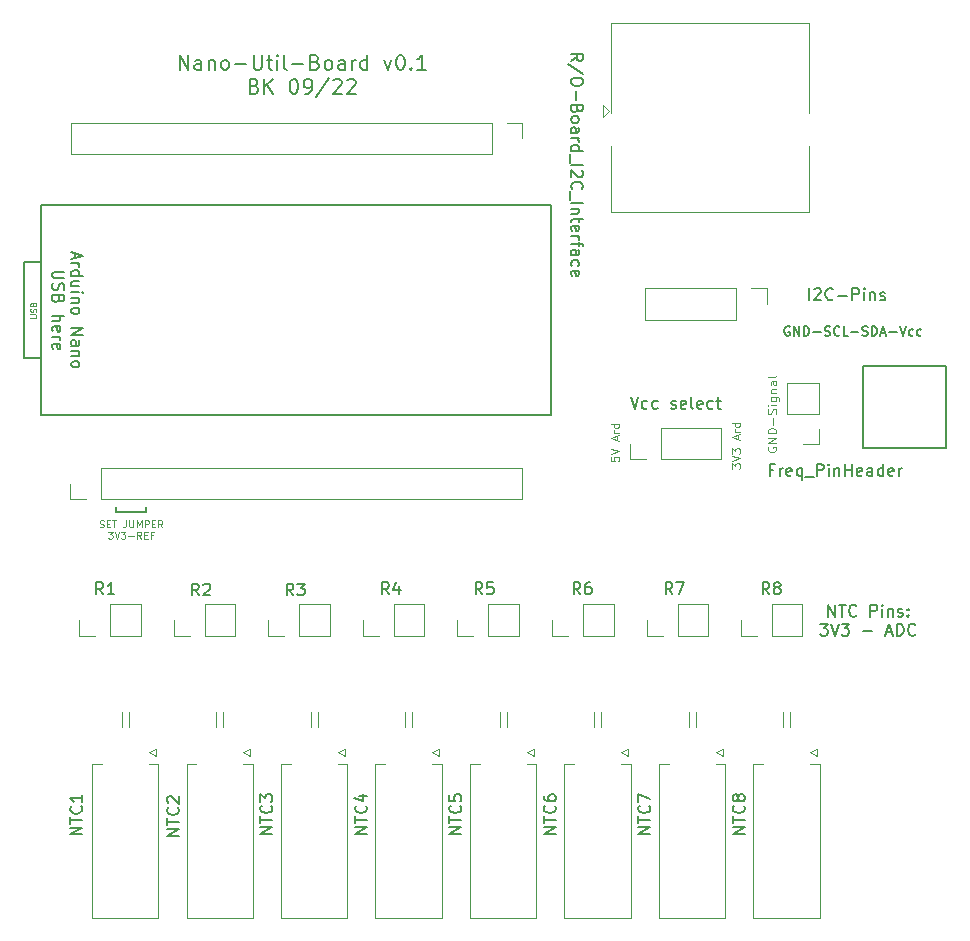
<source format=gbr>
%TF.GenerationSoftware,KiCad,Pcbnew,(6.0.1-0)*%
%TF.CreationDate,2022-09-06T14:47:33+02:00*%
%TF.ProjectId,nano_board,6e616e6f-5f62-46f6-9172-642e6b696361,rev?*%
%TF.SameCoordinates,Original*%
%TF.FileFunction,Legend,Top*%
%TF.FilePolarity,Positive*%
%FSLAX46Y46*%
G04 Gerber Fmt 4.6, Leading zero omitted, Abs format (unit mm)*
G04 Created by KiCad (PCBNEW (6.0.1-0)) date 2022-09-06 14:47:33*
%MOMM*%
%LPD*%
G01*
G04 APERTURE LIST*
%ADD10C,0.200000*%
%ADD11C,0.100000*%
%ADD12C,0.150000*%
%ADD13C,0.075000*%
%ADD14C,0.120000*%
%ADD15C,0.127000*%
G04 APERTURE END LIST*
D10*
X103200000Y-81000000D02*
X103200000Y-81400000D01*
X105800000Y-81400000D02*
X105800000Y-81000000D01*
X103200000Y-81400000D02*
X105800000Y-81400000D01*
D11*
X101842857Y-82659857D02*
X101928571Y-82688428D01*
X102071428Y-82688428D01*
X102128571Y-82659857D01*
X102157142Y-82631285D01*
X102185714Y-82574142D01*
X102185714Y-82517000D01*
X102157142Y-82459857D01*
X102128571Y-82431285D01*
X102071428Y-82402714D01*
X101957142Y-82374142D01*
X101900000Y-82345571D01*
X101871428Y-82317000D01*
X101842857Y-82259857D01*
X101842857Y-82202714D01*
X101871428Y-82145571D01*
X101900000Y-82117000D01*
X101957142Y-82088428D01*
X102100000Y-82088428D01*
X102185714Y-82117000D01*
X102442857Y-82374142D02*
X102642857Y-82374142D01*
X102728571Y-82688428D02*
X102442857Y-82688428D01*
X102442857Y-82088428D01*
X102728571Y-82088428D01*
X102900000Y-82088428D02*
X103242857Y-82088428D01*
X103071428Y-82688428D02*
X103071428Y-82088428D01*
X104071428Y-82088428D02*
X104071428Y-82517000D01*
X104042857Y-82602714D01*
X103985714Y-82659857D01*
X103900000Y-82688428D01*
X103842857Y-82688428D01*
X104357142Y-82088428D02*
X104357142Y-82574142D01*
X104385714Y-82631285D01*
X104414285Y-82659857D01*
X104471428Y-82688428D01*
X104585714Y-82688428D01*
X104642857Y-82659857D01*
X104671428Y-82631285D01*
X104700000Y-82574142D01*
X104700000Y-82088428D01*
X104985714Y-82688428D02*
X104985714Y-82088428D01*
X105185714Y-82517000D01*
X105385714Y-82088428D01*
X105385714Y-82688428D01*
X105671428Y-82688428D02*
X105671428Y-82088428D01*
X105900000Y-82088428D01*
X105957142Y-82117000D01*
X105985714Y-82145571D01*
X106014285Y-82202714D01*
X106014285Y-82288428D01*
X105985714Y-82345571D01*
X105957142Y-82374142D01*
X105900000Y-82402714D01*
X105671428Y-82402714D01*
X106271428Y-82374142D02*
X106471428Y-82374142D01*
X106557142Y-82688428D02*
X106271428Y-82688428D01*
X106271428Y-82088428D01*
X106557142Y-82088428D01*
X107157142Y-82688428D02*
X106957142Y-82402714D01*
X106814285Y-82688428D02*
X106814285Y-82088428D01*
X107042857Y-82088428D01*
X107100000Y-82117000D01*
X107128571Y-82145571D01*
X107157142Y-82202714D01*
X107157142Y-82288428D01*
X107128571Y-82345571D01*
X107100000Y-82374142D01*
X107042857Y-82402714D01*
X106814285Y-82402714D01*
X102557142Y-83054428D02*
X102928571Y-83054428D01*
X102728571Y-83283000D01*
X102814285Y-83283000D01*
X102871428Y-83311571D01*
X102900000Y-83340142D01*
X102928571Y-83397285D01*
X102928571Y-83540142D01*
X102900000Y-83597285D01*
X102871428Y-83625857D01*
X102814285Y-83654428D01*
X102642857Y-83654428D01*
X102585714Y-83625857D01*
X102557142Y-83597285D01*
X103100000Y-83054428D02*
X103300000Y-83654428D01*
X103500000Y-83054428D01*
X103642857Y-83054428D02*
X104014285Y-83054428D01*
X103814285Y-83283000D01*
X103900000Y-83283000D01*
X103957142Y-83311571D01*
X103985714Y-83340142D01*
X104014285Y-83397285D01*
X104014285Y-83540142D01*
X103985714Y-83597285D01*
X103957142Y-83625857D01*
X103900000Y-83654428D01*
X103728571Y-83654428D01*
X103671428Y-83625857D01*
X103642857Y-83597285D01*
X104271428Y-83425857D02*
X104728571Y-83425857D01*
X105357142Y-83654428D02*
X105157142Y-83368714D01*
X105014285Y-83654428D02*
X105014285Y-83054428D01*
X105242857Y-83054428D01*
X105300000Y-83083000D01*
X105328571Y-83111571D01*
X105357142Y-83168714D01*
X105357142Y-83254428D01*
X105328571Y-83311571D01*
X105300000Y-83340142D01*
X105242857Y-83368714D01*
X105014285Y-83368714D01*
X105614285Y-83340142D02*
X105814285Y-83340142D01*
X105900000Y-83654428D02*
X105614285Y-83654428D01*
X105614285Y-83054428D01*
X105900000Y-83054428D01*
X106357142Y-83340142D02*
X106157142Y-83340142D01*
X106157142Y-83654428D02*
X106157142Y-83054428D01*
X106442857Y-83054428D01*
X145116666Y-76733333D02*
X145116666Y-77066666D01*
X145450000Y-77100000D01*
X145416666Y-77066666D01*
X145383333Y-77000000D01*
X145383333Y-76833333D01*
X145416666Y-76766666D01*
X145450000Y-76733333D01*
X145516666Y-76700000D01*
X145683333Y-76700000D01*
X145750000Y-76733333D01*
X145783333Y-76766666D01*
X145816666Y-76833333D01*
X145816666Y-77000000D01*
X145783333Y-77066666D01*
X145750000Y-77100000D01*
X145116666Y-76500000D02*
X145816666Y-76266666D01*
X145116666Y-76033333D01*
X145616666Y-75300000D02*
X145616666Y-74966666D01*
X145816666Y-75366666D02*
X145116666Y-75133333D01*
X145816666Y-74900000D01*
X145816666Y-74666666D02*
X145350000Y-74666666D01*
X145483333Y-74666666D02*
X145416666Y-74633333D01*
X145383333Y-74600000D01*
X145350000Y-74533333D01*
X145350000Y-74466666D01*
X145816666Y-73933333D02*
X145116666Y-73933333D01*
X145783333Y-73933333D02*
X145816666Y-74000000D01*
X145816666Y-74133333D01*
X145783333Y-74200000D01*
X145750000Y-74233333D01*
X145683333Y-74266666D01*
X145483333Y-74266666D01*
X145416666Y-74233333D01*
X145383333Y-74200000D01*
X145350000Y-74133333D01*
X145350000Y-74000000D01*
X145383333Y-73933333D01*
D12*
X146790476Y-71652380D02*
X147123809Y-72652380D01*
X147457142Y-71652380D01*
X148219047Y-72604761D02*
X148123809Y-72652380D01*
X147933333Y-72652380D01*
X147838095Y-72604761D01*
X147790476Y-72557142D01*
X147742857Y-72461904D01*
X147742857Y-72176190D01*
X147790476Y-72080952D01*
X147838095Y-72033333D01*
X147933333Y-71985714D01*
X148123809Y-71985714D01*
X148219047Y-72033333D01*
X149076190Y-72604761D02*
X148980952Y-72652380D01*
X148790476Y-72652380D01*
X148695238Y-72604761D01*
X148647619Y-72557142D01*
X148600000Y-72461904D01*
X148600000Y-72176190D01*
X148647619Y-72080952D01*
X148695238Y-72033333D01*
X148790476Y-71985714D01*
X148980952Y-71985714D01*
X149076190Y-72033333D01*
X150219047Y-72604761D02*
X150314285Y-72652380D01*
X150504761Y-72652380D01*
X150600000Y-72604761D01*
X150647619Y-72509523D01*
X150647619Y-72461904D01*
X150600000Y-72366666D01*
X150504761Y-72319047D01*
X150361904Y-72319047D01*
X150266666Y-72271428D01*
X150219047Y-72176190D01*
X150219047Y-72128571D01*
X150266666Y-72033333D01*
X150361904Y-71985714D01*
X150504761Y-71985714D01*
X150600000Y-72033333D01*
X151457142Y-72604761D02*
X151361904Y-72652380D01*
X151171428Y-72652380D01*
X151076190Y-72604761D01*
X151028571Y-72509523D01*
X151028571Y-72128571D01*
X151076190Y-72033333D01*
X151171428Y-71985714D01*
X151361904Y-71985714D01*
X151457142Y-72033333D01*
X151504761Y-72128571D01*
X151504761Y-72223809D01*
X151028571Y-72319047D01*
X152076190Y-72652380D02*
X151980952Y-72604761D01*
X151933333Y-72509523D01*
X151933333Y-71652380D01*
X152838095Y-72604761D02*
X152742857Y-72652380D01*
X152552380Y-72652380D01*
X152457142Y-72604761D01*
X152409523Y-72509523D01*
X152409523Y-72128571D01*
X152457142Y-72033333D01*
X152552380Y-71985714D01*
X152742857Y-71985714D01*
X152838095Y-72033333D01*
X152885714Y-72128571D01*
X152885714Y-72223809D01*
X152409523Y-72319047D01*
X153742857Y-72604761D02*
X153647619Y-72652380D01*
X153457142Y-72652380D01*
X153361904Y-72604761D01*
X153314285Y-72557142D01*
X153266666Y-72461904D01*
X153266666Y-72176190D01*
X153314285Y-72080952D01*
X153361904Y-72033333D01*
X153457142Y-71985714D01*
X153647619Y-71985714D01*
X153742857Y-72033333D01*
X154028571Y-71985714D02*
X154409523Y-71985714D01*
X154171428Y-71652380D02*
X154171428Y-72509523D01*
X154219047Y-72604761D01*
X154314285Y-72652380D01*
X154409523Y-72652380D01*
D10*
X108613095Y-43959226D02*
X108613095Y-42709226D01*
X109327380Y-43959226D01*
X109327380Y-42709226D01*
X110458333Y-43959226D02*
X110458333Y-43304464D01*
X110398809Y-43185416D01*
X110279761Y-43125892D01*
X110041666Y-43125892D01*
X109922619Y-43185416D01*
X110458333Y-43899702D02*
X110339285Y-43959226D01*
X110041666Y-43959226D01*
X109922619Y-43899702D01*
X109863095Y-43780654D01*
X109863095Y-43661607D01*
X109922619Y-43542559D01*
X110041666Y-43483035D01*
X110339285Y-43483035D01*
X110458333Y-43423511D01*
X111053571Y-43125892D02*
X111053571Y-43959226D01*
X111053571Y-43244940D02*
X111113095Y-43185416D01*
X111232142Y-43125892D01*
X111410714Y-43125892D01*
X111529761Y-43185416D01*
X111589285Y-43304464D01*
X111589285Y-43959226D01*
X112363095Y-43959226D02*
X112244047Y-43899702D01*
X112184523Y-43840178D01*
X112125000Y-43721130D01*
X112125000Y-43363988D01*
X112184523Y-43244940D01*
X112244047Y-43185416D01*
X112363095Y-43125892D01*
X112541666Y-43125892D01*
X112660714Y-43185416D01*
X112720238Y-43244940D01*
X112779761Y-43363988D01*
X112779761Y-43721130D01*
X112720238Y-43840178D01*
X112660714Y-43899702D01*
X112541666Y-43959226D01*
X112363095Y-43959226D01*
X113315476Y-43483035D02*
X114267857Y-43483035D01*
X114863095Y-42709226D02*
X114863095Y-43721130D01*
X114922619Y-43840178D01*
X114982142Y-43899702D01*
X115101190Y-43959226D01*
X115339285Y-43959226D01*
X115458333Y-43899702D01*
X115517857Y-43840178D01*
X115577380Y-43721130D01*
X115577380Y-42709226D01*
X115994047Y-43125892D02*
X116470238Y-43125892D01*
X116172619Y-42709226D02*
X116172619Y-43780654D01*
X116232142Y-43899702D01*
X116351190Y-43959226D01*
X116470238Y-43959226D01*
X116886904Y-43959226D02*
X116886904Y-43125892D01*
X116886904Y-42709226D02*
X116827380Y-42768750D01*
X116886904Y-42828273D01*
X116946428Y-42768750D01*
X116886904Y-42709226D01*
X116886904Y-42828273D01*
X117660714Y-43959226D02*
X117541666Y-43899702D01*
X117482142Y-43780654D01*
X117482142Y-42709226D01*
X118136904Y-43483035D02*
X119089285Y-43483035D01*
X120101190Y-43304464D02*
X120279761Y-43363988D01*
X120339285Y-43423511D01*
X120398809Y-43542559D01*
X120398809Y-43721130D01*
X120339285Y-43840178D01*
X120279761Y-43899702D01*
X120160714Y-43959226D01*
X119684523Y-43959226D01*
X119684523Y-42709226D01*
X120101190Y-42709226D01*
X120220238Y-42768750D01*
X120279761Y-42828273D01*
X120339285Y-42947321D01*
X120339285Y-43066369D01*
X120279761Y-43185416D01*
X120220238Y-43244940D01*
X120101190Y-43304464D01*
X119684523Y-43304464D01*
X121113095Y-43959226D02*
X120994047Y-43899702D01*
X120934523Y-43840178D01*
X120875000Y-43721130D01*
X120875000Y-43363988D01*
X120934523Y-43244940D01*
X120994047Y-43185416D01*
X121113095Y-43125892D01*
X121291666Y-43125892D01*
X121410714Y-43185416D01*
X121470238Y-43244940D01*
X121529761Y-43363988D01*
X121529761Y-43721130D01*
X121470238Y-43840178D01*
X121410714Y-43899702D01*
X121291666Y-43959226D01*
X121113095Y-43959226D01*
X122601190Y-43959226D02*
X122601190Y-43304464D01*
X122541666Y-43185416D01*
X122422619Y-43125892D01*
X122184523Y-43125892D01*
X122065476Y-43185416D01*
X122601190Y-43899702D02*
X122482142Y-43959226D01*
X122184523Y-43959226D01*
X122065476Y-43899702D01*
X122005952Y-43780654D01*
X122005952Y-43661607D01*
X122065476Y-43542559D01*
X122184523Y-43483035D01*
X122482142Y-43483035D01*
X122601190Y-43423511D01*
X123196428Y-43959226D02*
X123196428Y-43125892D01*
X123196428Y-43363988D02*
X123255952Y-43244940D01*
X123315476Y-43185416D01*
X123434523Y-43125892D01*
X123553571Y-43125892D01*
X124505952Y-43959226D02*
X124505952Y-42709226D01*
X124505952Y-43899702D02*
X124386904Y-43959226D01*
X124148809Y-43959226D01*
X124029761Y-43899702D01*
X123970238Y-43840178D01*
X123910714Y-43721130D01*
X123910714Y-43363988D01*
X123970238Y-43244940D01*
X124029761Y-43185416D01*
X124148809Y-43125892D01*
X124386904Y-43125892D01*
X124505952Y-43185416D01*
X125934523Y-43125892D02*
X126232142Y-43959226D01*
X126529761Y-43125892D01*
X127244047Y-42709226D02*
X127363095Y-42709226D01*
X127482142Y-42768750D01*
X127541666Y-42828273D01*
X127601190Y-42947321D01*
X127660714Y-43185416D01*
X127660714Y-43483035D01*
X127601190Y-43721130D01*
X127541666Y-43840178D01*
X127482142Y-43899702D01*
X127363095Y-43959226D01*
X127244047Y-43959226D01*
X127125000Y-43899702D01*
X127065476Y-43840178D01*
X127005952Y-43721130D01*
X126946428Y-43483035D01*
X126946428Y-43185416D01*
X127005952Y-42947321D01*
X127065476Y-42828273D01*
X127125000Y-42768750D01*
X127244047Y-42709226D01*
X128196428Y-43840178D02*
X128255952Y-43899702D01*
X128196428Y-43959226D01*
X128136904Y-43899702D01*
X128196428Y-43840178D01*
X128196428Y-43959226D01*
X129446428Y-43959226D02*
X128732142Y-43959226D01*
X129089285Y-43959226D02*
X129089285Y-42709226D01*
X128970238Y-42887797D01*
X128851190Y-43006845D01*
X128732142Y-43066369D01*
X114952380Y-45316964D02*
X115130952Y-45376488D01*
X115190476Y-45436011D01*
X115250000Y-45555059D01*
X115250000Y-45733630D01*
X115190476Y-45852678D01*
X115130952Y-45912202D01*
X115011904Y-45971726D01*
X114535714Y-45971726D01*
X114535714Y-44721726D01*
X114952380Y-44721726D01*
X115071428Y-44781250D01*
X115130952Y-44840773D01*
X115190476Y-44959821D01*
X115190476Y-45078869D01*
X115130952Y-45197916D01*
X115071428Y-45257440D01*
X114952380Y-45316964D01*
X114535714Y-45316964D01*
X115785714Y-45971726D02*
X115785714Y-44721726D01*
X116500000Y-45971726D02*
X115964285Y-45257440D01*
X116500000Y-44721726D02*
X115785714Y-45436011D01*
X118226190Y-44721726D02*
X118345238Y-44721726D01*
X118464285Y-44781250D01*
X118523809Y-44840773D01*
X118583333Y-44959821D01*
X118642857Y-45197916D01*
X118642857Y-45495535D01*
X118583333Y-45733630D01*
X118523809Y-45852678D01*
X118464285Y-45912202D01*
X118345238Y-45971726D01*
X118226190Y-45971726D01*
X118107142Y-45912202D01*
X118047619Y-45852678D01*
X117988095Y-45733630D01*
X117928571Y-45495535D01*
X117928571Y-45197916D01*
X117988095Y-44959821D01*
X118047619Y-44840773D01*
X118107142Y-44781250D01*
X118226190Y-44721726D01*
X119238095Y-45971726D02*
X119476190Y-45971726D01*
X119595238Y-45912202D01*
X119654761Y-45852678D01*
X119773809Y-45674107D01*
X119833333Y-45436011D01*
X119833333Y-44959821D01*
X119773809Y-44840773D01*
X119714285Y-44781250D01*
X119595238Y-44721726D01*
X119357142Y-44721726D01*
X119238095Y-44781250D01*
X119178571Y-44840773D01*
X119119047Y-44959821D01*
X119119047Y-45257440D01*
X119178571Y-45376488D01*
X119238095Y-45436011D01*
X119357142Y-45495535D01*
X119595238Y-45495535D01*
X119714285Y-45436011D01*
X119773809Y-45376488D01*
X119833333Y-45257440D01*
X121261904Y-44662202D02*
X120190476Y-46269345D01*
X121619047Y-44840773D02*
X121678571Y-44781250D01*
X121797619Y-44721726D01*
X122095238Y-44721726D01*
X122214285Y-44781250D01*
X122273809Y-44840773D01*
X122333333Y-44959821D01*
X122333333Y-45078869D01*
X122273809Y-45257440D01*
X121559523Y-45971726D01*
X122333333Y-45971726D01*
X122809523Y-44840773D02*
X122869047Y-44781250D01*
X122988095Y-44721726D01*
X123285714Y-44721726D01*
X123404761Y-44781250D01*
X123464285Y-44840773D01*
X123523809Y-44959821D01*
X123523809Y-45078869D01*
X123464285Y-45257440D01*
X122750000Y-45971726D01*
X123523809Y-45971726D01*
D11*
X158425000Y-75885714D02*
X158389285Y-75957142D01*
X158389285Y-76064285D01*
X158425000Y-76171428D01*
X158496428Y-76242857D01*
X158567857Y-76278571D01*
X158710714Y-76314285D01*
X158817857Y-76314285D01*
X158960714Y-76278571D01*
X159032142Y-76242857D01*
X159103571Y-76171428D01*
X159139285Y-76064285D01*
X159139285Y-75992857D01*
X159103571Y-75885714D01*
X159067857Y-75850000D01*
X158817857Y-75850000D01*
X158817857Y-75992857D01*
X159139285Y-75528571D02*
X158389285Y-75528571D01*
X159139285Y-75100000D01*
X158389285Y-75100000D01*
X159139285Y-74742857D02*
X158389285Y-74742857D01*
X158389285Y-74564285D01*
X158425000Y-74457142D01*
X158496428Y-74385714D01*
X158567857Y-74350000D01*
X158710714Y-74314285D01*
X158817857Y-74314285D01*
X158960714Y-74350000D01*
X159032142Y-74385714D01*
X159103571Y-74457142D01*
X159139285Y-74564285D01*
X159139285Y-74742857D01*
X158853571Y-73992857D02*
X158853571Y-73421428D01*
X159103571Y-73100000D02*
X159139285Y-72992857D01*
X159139285Y-72814285D01*
X159103571Y-72742857D01*
X159067857Y-72707142D01*
X158996428Y-72671428D01*
X158925000Y-72671428D01*
X158853571Y-72707142D01*
X158817857Y-72742857D01*
X158782142Y-72814285D01*
X158746428Y-72957142D01*
X158710714Y-73028571D01*
X158675000Y-73064285D01*
X158603571Y-73100000D01*
X158532142Y-73100000D01*
X158460714Y-73064285D01*
X158425000Y-73028571D01*
X158389285Y-72957142D01*
X158389285Y-72778571D01*
X158425000Y-72671428D01*
X159139285Y-72350000D02*
X158639285Y-72350000D01*
X158389285Y-72350000D02*
X158425000Y-72385714D01*
X158460714Y-72350000D01*
X158425000Y-72314285D01*
X158389285Y-72350000D01*
X158460714Y-72350000D01*
X158639285Y-71671428D02*
X159246428Y-71671428D01*
X159317857Y-71707142D01*
X159353571Y-71742857D01*
X159389285Y-71814285D01*
X159389285Y-71921428D01*
X159353571Y-71992857D01*
X159103571Y-71671428D02*
X159139285Y-71742857D01*
X159139285Y-71885714D01*
X159103571Y-71957142D01*
X159067857Y-71992857D01*
X158996428Y-72028571D01*
X158782142Y-72028571D01*
X158710714Y-71992857D01*
X158675000Y-71957142D01*
X158639285Y-71885714D01*
X158639285Y-71742857D01*
X158675000Y-71671428D01*
X158639285Y-71314285D02*
X159139285Y-71314285D01*
X158710714Y-71314285D02*
X158675000Y-71278571D01*
X158639285Y-71207142D01*
X158639285Y-71100000D01*
X158675000Y-71028571D01*
X158746428Y-70992857D01*
X159139285Y-70992857D01*
X159139285Y-70314285D02*
X158746428Y-70314285D01*
X158675000Y-70350000D01*
X158639285Y-70421428D01*
X158639285Y-70564285D01*
X158675000Y-70635714D01*
X159103571Y-70314285D02*
X159139285Y-70385714D01*
X159139285Y-70564285D01*
X159103571Y-70635714D01*
X159032142Y-70671428D01*
X158960714Y-70671428D01*
X158889285Y-70635714D01*
X158853571Y-70564285D01*
X158853571Y-70385714D01*
X158817857Y-70314285D01*
X159139285Y-69850000D02*
X159103571Y-69921428D01*
X159032142Y-69957142D01*
X158389285Y-69957142D01*
D12*
X160247619Y-65700000D02*
X160171428Y-65661904D01*
X160057142Y-65661904D01*
X159942857Y-65700000D01*
X159866666Y-65776190D01*
X159828571Y-65852380D01*
X159790476Y-66004761D01*
X159790476Y-66119047D01*
X159828571Y-66271428D01*
X159866666Y-66347619D01*
X159942857Y-66423809D01*
X160057142Y-66461904D01*
X160133333Y-66461904D01*
X160247619Y-66423809D01*
X160285714Y-66385714D01*
X160285714Y-66119047D01*
X160133333Y-66119047D01*
X160628571Y-66461904D02*
X160628571Y-65661904D01*
X161085714Y-66461904D01*
X161085714Y-65661904D01*
X161466666Y-66461904D02*
X161466666Y-65661904D01*
X161657142Y-65661904D01*
X161771428Y-65700000D01*
X161847619Y-65776190D01*
X161885714Y-65852380D01*
X161923809Y-66004761D01*
X161923809Y-66119047D01*
X161885714Y-66271428D01*
X161847619Y-66347619D01*
X161771428Y-66423809D01*
X161657142Y-66461904D01*
X161466666Y-66461904D01*
X162266666Y-66157142D02*
X162876190Y-66157142D01*
X163219047Y-66423809D02*
X163333333Y-66461904D01*
X163523809Y-66461904D01*
X163600000Y-66423809D01*
X163638095Y-66385714D01*
X163676190Y-66309523D01*
X163676190Y-66233333D01*
X163638095Y-66157142D01*
X163600000Y-66119047D01*
X163523809Y-66080952D01*
X163371428Y-66042857D01*
X163295238Y-66004761D01*
X163257142Y-65966666D01*
X163219047Y-65890476D01*
X163219047Y-65814285D01*
X163257142Y-65738095D01*
X163295238Y-65700000D01*
X163371428Y-65661904D01*
X163561904Y-65661904D01*
X163676190Y-65700000D01*
X164476190Y-66385714D02*
X164438095Y-66423809D01*
X164323809Y-66461904D01*
X164247619Y-66461904D01*
X164133333Y-66423809D01*
X164057142Y-66347619D01*
X164019047Y-66271428D01*
X163980952Y-66119047D01*
X163980952Y-66004761D01*
X164019047Y-65852380D01*
X164057142Y-65776190D01*
X164133333Y-65700000D01*
X164247619Y-65661904D01*
X164323809Y-65661904D01*
X164438095Y-65700000D01*
X164476190Y-65738095D01*
X165200000Y-66461904D02*
X164819047Y-66461904D01*
X164819047Y-65661904D01*
X165466666Y-66157142D02*
X166076190Y-66157142D01*
X166419047Y-66423809D02*
X166533333Y-66461904D01*
X166723809Y-66461904D01*
X166800000Y-66423809D01*
X166838095Y-66385714D01*
X166876190Y-66309523D01*
X166876190Y-66233333D01*
X166838095Y-66157142D01*
X166800000Y-66119047D01*
X166723809Y-66080952D01*
X166571428Y-66042857D01*
X166495238Y-66004761D01*
X166457142Y-65966666D01*
X166419047Y-65890476D01*
X166419047Y-65814285D01*
X166457142Y-65738095D01*
X166495238Y-65700000D01*
X166571428Y-65661904D01*
X166761904Y-65661904D01*
X166876190Y-65700000D01*
X167219047Y-66461904D02*
X167219047Y-65661904D01*
X167409523Y-65661904D01*
X167523809Y-65700000D01*
X167600000Y-65776190D01*
X167638095Y-65852380D01*
X167676190Y-66004761D01*
X167676190Y-66119047D01*
X167638095Y-66271428D01*
X167600000Y-66347619D01*
X167523809Y-66423809D01*
X167409523Y-66461904D01*
X167219047Y-66461904D01*
X167980952Y-66233333D02*
X168361904Y-66233333D01*
X167904761Y-66461904D02*
X168171428Y-65661904D01*
X168438095Y-66461904D01*
X168704761Y-66157142D02*
X169314285Y-66157142D01*
X169580952Y-65661904D02*
X169847619Y-66461904D01*
X170114285Y-65661904D01*
X170723809Y-66423809D02*
X170647619Y-66461904D01*
X170495238Y-66461904D01*
X170419047Y-66423809D01*
X170380952Y-66385714D01*
X170342857Y-66309523D01*
X170342857Y-66080952D01*
X170380952Y-66004761D01*
X170419047Y-65966666D01*
X170495238Y-65928571D01*
X170647619Y-65928571D01*
X170723809Y-65966666D01*
X171409523Y-66423809D02*
X171333333Y-66461904D01*
X171180952Y-66461904D01*
X171104761Y-66423809D01*
X171066666Y-66385714D01*
X171028571Y-66309523D01*
X171028571Y-66080952D01*
X171066666Y-66004761D01*
X171104761Y-65966666D01*
X171180952Y-65928571D01*
X171333333Y-65928571D01*
X171409523Y-65966666D01*
X163519047Y-90247380D02*
X163519047Y-89247380D01*
X164090476Y-90247380D01*
X164090476Y-89247380D01*
X164423809Y-89247380D02*
X164995238Y-89247380D01*
X164709523Y-90247380D02*
X164709523Y-89247380D01*
X165900000Y-90152142D02*
X165852380Y-90199761D01*
X165709523Y-90247380D01*
X165614285Y-90247380D01*
X165471428Y-90199761D01*
X165376190Y-90104523D01*
X165328571Y-90009285D01*
X165280952Y-89818809D01*
X165280952Y-89675952D01*
X165328571Y-89485476D01*
X165376190Y-89390238D01*
X165471428Y-89295000D01*
X165614285Y-89247380D01*
X165709523Y-89247380D01*
X165852380Y-89295000D01*
X165900000Y-89342619D01*
X167090476Y-90247380D02*
X167090476Y-89247380D01*
X167471428Y-89247380D01*
X167566666Y-89295000D01*
X167614285Y-89342619D01*
X167661904Y-89437857D01*
X167661904Y-89580714D01*
X167614285Y-89675952D01*
X167566666Y-89723571D01*
X167471428Y-89771190D01*
X167090476Y-89771190D01*
X168090476Y-90247380D02*
X168090476Y-89580714D01*
X168090476Y-89247380D02*
X168042857Y-89295000D01*
X168090476Y-89342619D01*
X168138095Y-89295000D01*
X168090476Y-89247380D01*
X168090476Y-89342619D01*
X168566666Y-89580714D02*
X168566666Y-90247380D01*
X168566666Y-89675952D02*
X168614285Y-89628333D01*
X168709523Y-89580714D01*
X168852380Y-89580714D01*
X168947619Y-89628333D01*
X168995238Y-89723571D01*
X168995238Y-90247380D01*
X169423809Y-90199761D02*
X169519047Y-90247380D01*
X169709523Y-90247380D01*
X169804761Y-90199761D01*
X169852380Y-90104523D01*
X169852380Y-90056904D01*
X169804761Y-89961666D01*
X169709523Y-89914047D01*
X169566666Y-89914047D01*
X169471428Y-89866428D01*
X169423809Y-89771190D01*
X169423809Y-89723571D01*
X169471428Y-89628333D01*
X169566666Y-89580714D01*
X169709523Y-89580714D01*
X169804761Y-89628333D01*
X170280952Y-90152142D02*
X170328571Y-90199761D01*
X170280952Y-90247380D01*
X170233333Y-90199761D01*
X170280952Y-90152142D01*
X170280952Y-90247380D01*
X170280952Y-89628333D02*
X170328571Y-89675952D01*
X170280952Y-89723571D01*
X170233333Y-89675952D01*
X170280952Y-89628333D01*
X170280952Y-89723571D01*
X162852380Y-90857380D02*
X163471428Y-90857380D01*
X163138095Y-91238333D01*
X163280952Y-91238333D01*
X163376190Y-91285952D01*
X163423809Y-91333571D01*
X163471428Y-91428809D01*
X163471428Y-91666904D01*
X163423809Y-91762142D01*
X163376190Y-91809761D01*
X163280952Y-91857380D01*
X162995238Y-91857380D01*
X162900000Y-91809761D01*
X162852380Y-91762142D01*
X163757142Y-90857380D02*
X164090476Y-91857380D01*
X164423809Y-90857380D01*
X164661904Y-90857380D02*
X165280952Y-90857380D01*
X164947619Y-91238333D01*
X165090476Y-91238333D01*
X165185714Y-91285952D01*
X165233333Y-91333571D01*
X165280952Y-91428809D01*
X165280952Y-91666904D01*
X165233333Y-91762142D01*
X165185714Y-91809761D01*
X165090476Y-91857380D01*
X164804761Y-91857380D01*
X164709523Y-91809761D01*
X164661904Y-91762142D01*
X166471428Y-91476428D02*
X167233333Y-91476428D01*
X168423809Y-91571666D02*
X168900000Y-91571666D01*
X168328571Y-91857380D02*
X168661904Y-90857380D01*
X168995238Y-91857380D01*
X169328571Y-91857380D02*
X169328571Y-90857380D01*
X169566666Y-90857380D01*
X169709523Y-90905000D01*
X169804761Y-91000238D01*
X169852380Y-91095476D01*
X169900000Y-91285952D01*
X169900000Y-91428809D01*
X169852380Y-91619285D01*
X169804761Y-91714523D01*
X169709523Y-91809761D01*
X169566666Y-91857380D01*
X169328571Y-91857380D01*
X170900000Y-91762142D02*
X170852380Y-91809761D01*
X170709523Y-91857380D01*
X170614285Y-91857380D01*
X170471428Y-91809761D01*
X170376190Y-91714523D01*
X170328571Y-91619285D01*
X170280952Y-91428809D01*
X170280952Y-91285952D01*
X170328571Y-91095476D01*
X170376190Y-91000238D01*
X170471428Y-90905000D01*
X170614285Y-90857380D01*
X170709523Y-90857380D01*
X170852380Y-90905000D01*
X170900000Y-90952619D01*
D11*
X155366666Y-77716666D02*
X155366666Y-77283333D01*
X155633333Y-77516666D01*
X155633333Y-77416666D01*
X155666666Y-77350000D01*
X155700000Y-77316666D01*
X155766666Y-77283333D01*
X155933333Y-77283333D01*
X156000000Y-77316666D01*
X156033333Y-77350000D01*
X156066666Y-77416666D01*
X156066666Y-77616666D01*
X156033333Y-77683333D01*
X156000000Y-77716666D01*
X155366666Y-77083333D02*
X156066666Y-76850000D01*
X155366666Y-76616666D01*
X155366666Y-76450000D02*
X155366666Y-76016666D01*
X155633333Y-76250000D01*
X155633333Y-76150000D01*
X155666666Y-76083333D01*
X155700000Y-76050000D01*
X155766666Y-76016666D01*
X155933333Y-76016666D01*
X156000000Y-76050000D01*
X156033333Y-76083333D01*
X156066666Y-76150000D01*
X156066666Y-76350000D01*
X156033333Y-76416666D01*
X156000000Y-76450000D01*
X155866666Y-75216666D02*
X155866666Y-74883333D01*
X156066666Y-75283333D02*
X155366666Y-75050000D01*
X156066666Y-74816666D01*
X156066666Y-74583333D02*
X155600000Y-74583333D01*
X155733333Y-74583333D02*
X155666666Y-74550000D01*
X155633333Y-74516666D01*
X155600000Y-74450000D01*
X155600000Y-74383333D01*
X156066666Y-73850000D02*
X155366666Y-73850000D01*
X156033333Y-73850000D02*
X156066666Y-73916666D01*
X156066666Y-74050000D01*
X156033333Y-74116666D01*
X156000000Y-74150000D01*
X155933333Y-74183333D01*
X155733333Y-74183333D01*
X155666666Y-74150000D01*
X155633333Y-74116666D01*
X155600000Y-74050000D01*
X155600000Y-73916666D01*
X155633333Y-73850000D01*
D12*
X99738333Y-59442857D02*
X99738333Y-59919047D01*
X99452619Y-59347619D02*
X100452619Y-59680952D01*
X99452619Y-60014285D01*
X99452619Y-60347619D02*
X100119285Y-60347619D01*
X99928809Y-60347619D02*
X100024047Y-60395238D01*
X100071666Y-60442857D01*
X100119285Y-60538095D01*
X100119285Y-60633333D01*
X99452619Y-61395238D02*
X100452619Y-61395238D01*
X99500238Y-61395238D02*
X99452619Y-61300000D01*
X99452619Y-61109523D01*
X99500238Y-61014285D01*
X99547857Y-60966666D01*
X99643095Y-60919047D01*
X99928809Y-60919047D01*
X100024047Y-60966666D01*
X100071666Y-61014285D01*
X100119285Y-61109523D01*
X100119285Y-61300000D01*
X100071666Y-61395238D01*
X100119285Y-62300000D02*
X99452619Y-62300000D01*
X100119285Y-61871428D02*
X99595476Y-61871428D01*
X99500238Y-61919047D01*
X99452619Y-62014285D01*
X99452619Y-62157142D01*
X99500238Y-62252380D01*
X99547857Y-62300000D01*
X99452619Y-62776190D02*
X100119285Y-62776190D01*
X100452619Y-62776190D02*
X100405000Y-62728571D01*
X100357380Y-62776190D01*
X100405000Y-62823809D01*
X100452619Y-62776190D01*
X100357380Y-62776190D01*
X100119285Y-63252380D02*
X99452619Y-63252380D01*
X100024047Y-63252380D02*
X100071666Y-63300000D01*
X100119285Y-63395238D01*
X100119285Y-63538095D01*
X100071666Y-63633333D01*
X99976428Y-63680952D01*
X99452619Y-63680952D01*
X99452619Y-64300000D02*
X99500238Y-64204761D01*
X99547857Y-64157142D01*
X99643095Y-64109523D01*
X99928809Y-64109523D01*
X100024047Y-64157142D01*
X100071666Y-64204761D01*
X100119285Y-64300000D01*
X100119285Y-64442857D01*
X100071666Y-64538095D01*
X100024047Y-64585714D01*
X99928809Y-64633333D01*
X99643095Y-64633333D01*
X99547857Y-64585714D01*
X99500238Y-64538095D01*
X99452619Y-64442857D01*
X99452619Y-64300000D01*
X99452619Y-65823809D02*
X100452619Y-65823809D01*
X99452619Y-66395238D01*
X100452619Y-66395238D01*
X99452619Y-67300000D02*
X99976428Y-67300000D01*
X100071666Y-67252380D01*
X100119285Y-67157142D01*
X100119285Y-66966666D01*
X100071666Y-66871428D01*
X99500238Y-67300000D02*
X99452619Y-67204761D01*
X99452619Y-66966666D01*
X99500238Y-66871428D01*
X99595476Y-66823809D01*
X99690714Y-66823809D01*
X99785952Y-66871428D01*
X99833571Y-66966666D01*
X99833571Y-67204761D01*
X99881190Y-67300000D01*
X100119285Y-67776190D02*
X99452619Y-67776190D01*
X100024047Y-67776190D02*
X100071666Y-67823809D01*
X100119285Y-67919047D01*
X100119285Y-68061904D01*
X100071666Y-68157142D01*
X99976428Y-68204761D01*
X99452619Y-68204761D01*
X99452619Y-68823809D02*
X99500238Y-68728571D01*
X99547857Y-68680952D01*
X99643095Y-68633333D01*
X99928809Y-68633333D01*
X100024047Y-68680952D01*
X100071666Y-68728571D01*
X100119285Y-68823809D01*
X100119285Y-68966666D01*
X100071666Y-69061904D01*
X100024047Y-69109523D01*
X99928809Y-69157142D01*
X99643095Y-69157142D01*
X99547857Y-69109523D01*
X99500238Y-69061904D01*
X99452619Y-68966666D01*
X99452619Y-68823809D01*
X98842619Y-61038095D02*
X98033095Y-61038095D01*
X97937857Y-61085714D01*
X97890238Y-61133333D01*
X97842619Y-61228571D01*
X97842619Y-61419047D01*
X97890238Y-61514285D01*
X97937857Y-61561904D01*
X98033095Y-61609523D01*
X98842619Y-61609523D01*
X97890238Y-62038095D02*
X97842619Y-62180952D01*
X97842619Y-62419047D01*
X97890238Y-62514285D01*
X97937857Y-62561904D01*
X98033095Y-62609523D01*
X98128333Y-62609523D01*
X98223571Y-62561904D01*
X98271190Y-62514285D01*
X98318809Y-62419047D01*
X98366428Y-62228571D01*
X98414047Y-62133333D01*
X98461666Y-62085714D01*
X98556904Y-62038095D01*
X98652142Y-62038095D01*
X98747380Y-62085714D01*
X98795000Y-62133333D01*
X98842619Y-62228571D01*
X98842619Y-62466666D01*
X98795000Y-62609523D01*
X98366428Y-63371428D02*
X98318809Y-63514285D01*
X98271190Y-63561904D01*
X98175952Y-63609523D01*
X98033095Y-63609523D01*
X97937857Y-63561904D01*
X97890238Y-63514285D01*
X97842619Y-63419047D01*
X97842619Y-63038095D01*
X98842619Y-63038095D01*
X98842619Y-63371428D01*
X98795000Y-63466666D01*
X98747380Y-63514285D01*
X98652142Y-63561904D01*
X98556904Y-63561904D01*
X98461666Y-63514285D01*
X98414047Y-63466666D01*
X98366428Y-63371428D01*
X98366428Y-63038095D01*
X97842619Y-64800000D02*
X98842619Y-64800000D01*
X97842619Y-65228571D02*
X98366428Y-65228571D01*
X98461666Y-65180952D01*
X98509285Y-65085714D01*
X98509285Y-64942857D01*
X98461666Y-64847619D01*
X98414047Y-64800000D01*
X97890238Y-66085714D02*
X97842619Y-65990476D01*
X97842619Y-65800000D01*
X97890238Y-65704761D01*
X97985476Y-65657142D01*
X98366428Y-65657142D01*
X98461666Y-65704761D01*
X98509285Y-65800000D01*
X98509285Y-65990476D01*
X98461666Y-66085714D01*
X98366428Y-66133333D01*
X98271190Y-66133333D01*
X98175952Y-65657142D01*
X97842619Y-66561904D02*
X98509285Y-66561904D01*
X98318809Y-66561904D02*
X98414047Y-66609523D01*
X98461666Y-66657142D01*
X98509285Y-66752380D01*
X98509285Y-66847619D01*
X97890238Y-67561904D02*
X97842619Y-67466666D01*
X97842619Y-67276190D01*
X97890238Y-67180952D01*
X97985476Y-67133333D01*
X98366428Y-67133333D01*
X98461666Y-67180952D01*
X98509285Y-67276190D01*
X98509285Y-67466666D01*
X98461666Y-67561904D01*
X98366428Y-67609523D01*
X98271190Y-67609523D01*
X98175952Y-67133333D01*
%TO.C,R/O-Board_I2C_Interface*%
X141747619Y-43190476D02*
X142223809Y-42857142D01*
X141747619Y-42619047D02*
X142747619Y-42619047D01*
X142747619Y-42999999D01*
X142700000Y-43095238D01*
X142652380Y-43142857D01*
X142557142Y-43190476D01*
X142414285Y-43190476D01*
X142319047Y-43142857D01*
X142271428Y-43095238D01*
X142223809Y-42999999D01*
X142223809Y-42619047D01*
X142795238Y-44333333D02*
X141509523Y-43476190D01*
X142747619Y-44857142D02*
X142747619Y-45047619D01*
X142700000Y-45142857D01*
X142604761Y-45238095D01*
X142414285Y-45285714D01*
X142080952Y-45285714D01*
X141890476Y-45238095D01*
X141795238Y-45142857D01*
X141747619Y-45047619D01*
X141747619Y-44857142D01*
X141795238Y-44761904D01*
X141890476Y-44666666D01*
X142080952Y-44619047D01*
X142414285Y-44619047D01*
X142604761Y-44666666D01*
X142700000Y-44761904D01*
X142747619Y-44857142D01*
X142128571Y-45714285D02*
X142128571Y-46476190D01*
X142271428Y-47285714D02*
X142223809Y-47428571D01*
X142176190Y-47476190D01*
X142080952Y-47523809D01*
X141938095Y-47523809D01*
X141842857Y-47476190D01*
X141795238Y-47428571D01*
X141747619Y-47333333D01*
X141747619Y-46952380D01*
X142747619Y-46952380D01*
X142747619Y-47285714D01*
X142700000Y-47380952D01*
X142652380Y-47428571D01*
X142557142Y-47476190D01*
X142461904Y-47476190D01*
X142366666Y-47428571D01*
X142319047Y-47380952D01*
X142271428Y-47285714D01*
X142271428Y-46952380D01*
X141747619Y-48095238D02*
X141795238Y-48000000D01*
X141842857Y-47952380D01*
X141938095Y-47904761D01*
X142223809Y-47904761D01*
X142319047Y-47952380D01*
X142366666Y-48000000D01*
X142414285Y-48095238D01*
X142414285Y-48238095D01*
X142366666Y-48333333D01*
X142319047Y-48380952D01*
X142223809Y-48428571D01*
X141938095Y-48428571D01*
X141842857Y-48380952D01*
X141795238Y-48333333D01*
X141747619Y-48238095D01*
X141747619Y-48095238D01*
X141747619Y-49285714D02*
X142271428Y-49285714D01*
X142366666Y-49238095D01*
X142414285Y-49142857D01*
X142414285Y-48952380D01*
X142366666Y-48857142D01*
X141795238Y-49285714D02*
X141747619Y-49190476D01*
X141747619Y-48952380D01*
X141795238Y-48857142D01*
X141890476Y-48809523D01*
X141985714Y-48809523D01*
X142080952Y-48857142D01*
X142128571Y-48952380D01*
X142128571Y-49190476D01*
X142176190Y-49285714D01*
X141747619Y-49761904D02*
X142414285Y-49761904D01*
X142223809Y-49761904D02*
X142319047Y-49809523D01*
X142366666Y-49857142D01*
X142414285Y-49952380D01*
X142414285Y-50047619D01*
X141747619Y-50809523D02*
X142747619Y-50809523D01*
X141795238Y-50809523D02*
X141747619Y-50714285D01*
X141747619Y-50523809D01*
X141795238Y-50428571D01*
X141842857Y-50380952D01*
X141938095Y-50333333D01*
X142223809Y-50333333D01*
X142319047Y-50380952D01*
X142366666Y-50428571D01*
X142414285Y-50523809D01*
X142414285Y-50714285D01*
X142366666Y-50809523D01*
X141652380Y-51047619D02*
X141652380Y-51809523D01*
X141747619Y-52047619D02*
X142747619Y-52047619D01*
X142652380Y-52476190D02*
X142700000Y-52523809D01*
X142747619Y-52619047D01*
X142747619Y-52857142D01*
X142700000Y-52952380D01*
X142652380Y-53000000D01*
X142557142Y-53047619D01*
X142461904Y-53047619D01*
X142319047Y-53000000D01*
X141747619Y-52428571D01*
X141747619Y-53047619D01*
X141842857Y-54047619D02*
X141795238Y-54000000D01*
X141747619Y-53857142D01*
X141747619Y-53761904D01*
X141795238Y-53619047D01*
X141890476Y-53523809D01*
X141985714Y-53476190D01*
X142176190Y-53428571D01*
X142319047Y-53428571D01*
X142509523Y-53476190D01*
X142604761Y-53523809D01*
X142700000Y-53619047D01*
X142747619Y-53761904D01*
X142747619Y-53857142D01*
X142700000Y-54000000D01*
X142652380Y-54047619D01*
X141652380Y-54238095D02*
X141652380Y-55000000D01*
X141747619Y-55238095D02*
X142747619Y-55238095D01*
X142414285Y-55714285D02*
X141747619Y-55714285D01*
X142319047Y-55714285D02*
X142366666Y-55761904D01*
X142414285Y-55857142D01*
X142414285Y-56000000D01*
X142366666Y-56095238D01*
X142271428Y-56142857D01*
X141747619Y-56142857D01*
X142414285Y-56476190D02*
X142414285Y-56857142D01*
X142747619Y-56619047D02*
X141890476Y-56619047D01*
X141795238Y-56666666D01*
X141747619Y-56761904D01*
X141747619Y-56857142D01*
X141795238Y-57571428D02*
X141747619Y-57476190D01*
X141747619Y-57285714D01*
X141795238Y-57190476D01*
X141890476Y-57142857D01*
X142271428Y-57142857D01*
X142366666Y-57190476D01*
X142414285Y-57285714D01*
X142414285Y-57476190D01*
X142366666Y-57571428D01*
X142271428Y-57619047D01*
X142176190Y-57619047D01*
X142080952Y-57142857D01*
X141747619Y-58047619D02*
X142414285Y-58047619D01*
X142223809Y-58047619D02*
X142319047Y-58095238D01*
X142366666Y-58142857D01*
X142414285Y-58238095D01*
X142414285Y-58333333D01*
X142414285Y-58523809D02*
X142414285Y-58904761D01*
X141747619Y-58666666D02*
X142604761Y-58666666D01*
X142700000Y-58714285D01*
X142747619Y-58809523D01*
X142747619Y-58904761D01*
X141747619Y-59666666D02*
X142271428Y-59666666D01*
X142366666Y-59619047D01*
X142414285Y-59523809D01*
X142414285Y-59333333D01*
X142366666Y-59238095D01*
X141795238Y-59666666D02*
X141747619Y-59571428D01*
X141747619Y-59333333D01*
X141795238Y-59238095D01*
X141890476Y-59190476D01*
X141985714Y-59190476D01*
X142080952Y-59238095D01*
X142128571Y-59333333D01*
X142128571Y-59571428D01*
X142176190Y-59666666D01*
X141795238Y-60571428D02*
X141747619Y-60476190D01*
X141747619Y-60285714D01*
X141795238Y-60190476D01*
X141842857Y-60142857D01*
X141938095Y-60095238D01*
X142223809Y-60095238D01*
X142319047Y-60142857D01*
X142366666Y-60190476D01*
X142414285Y-60285714D01*
X142414285Y-60476190D01*
X142366666Y-60571428D01*
X141795238Y-61380952D02*
X141747619Y-61285714D01*
X141747619Y-61095238D01*
X141795238Y-61000000D01*
X141890476Y-60952380D01*
X142271428Y-60952380D01*
X142366666Y-61000000D01*
X142414285Y-61095238D01*
X142414285Y-61285714D01*
X142366666Y-61380952D01*
X142271428Y-61428571D01*
X142176190Y-61428571D01*
X142080952Y-60952380D01*
%TO.C,R4*%
X126333333Y-88352380D02*
X126000000Y-87876190D01*
X125761904Y-88352380D02*
X125761904Y-87352380D01*
X126142857Y-87352380D01*
X126238095Y-87400000D01*
X126285714Y-87447619D01*
X126333333Y-87542857D01*
X126333333Y-87685714D01*
X126285714Y-87780952D01*
X126238095Y-87828571D01*
X126142857Y-87876190D01*
X125761904Y-87876190D01*
X127190476Y-87685714D02*
X127190476Y-88352380D01*
X126952380Y-87304761D02*
X126714285Y-88019047D01*
X127333333Y-88019047D01*
%TO.C,R3*%
X118233333Y-88452380D02*
X117900000Y-87976190D01*
X117661904Y-88452380D02*
X117661904Y-87452380D01*
X118042857Y-87452380D01*
X118138095Y-87500000D01*
X118185714Y-87547619D01*
X118233333Y-87642857D01*
X118233333Y-87785714D01*
X118185714Y-87880952D01*
X118138095Y-87928571D01*
X118042857Y-87976190D01*
X117661904Y-87976190D01*
X118566666Y-87452380D02*
X119185714Y-87452380D01*
X118852380Y-87833333D01*
X118995238Y-87833333D01*
X119090476Y-87880952D01*
X119138095Y-87928571D01*
X119185714Y-88023809D01*
X119185714Y-88261904D01*
X119138095Y-88357142D01*
X119090476Y-88404761D01*
X118995238Y-88452380D01*
X118709523Y-88452380D01*
X118614285Y-88404761D01*
X118566666Y-88357142D01*
%TO.C,I2C-Pins*%
X161909523Y-63452380D02*
X161909523Y-62452380D01*
X162338095Y-62547619D02*
X162385714Y-62500000D01*
X162480952Y-62452380D01*
X162719047Y-62452380D01*
X162814285Y-62500000D01*
X162861904Y-62547619D01*
X162909523Y-62642857D01*
X162909523Y-62738095D01*
X162861904Y-62880952D01*
X162290476Y-63452380D01*
X162909523Y-63452380D01*
X163909523Y-63357142D02*
X163861904Y-63404761D01*
X163719047Y-63452380D01*
X163623809Y-63452380D01*
X163480952Y-63404761D01*
X163385714Y-63309523D01*
X163338095Y-63214285D01*
X163290476Y-63023809D01*
X163290476Y-62880952D01*
X163338095Y-62690476D01*
X163385714Y-62595238D01*
X163480952Y-62500000D01*
X163623809Y-62452380D01*
X163719047Y-62452380D01*
X163861904Y-62500000D01*
X163909523Y-62547619D01*
X164338095Y-63071428D02*
X165100000Y-63071428D01*
X165576190Y-63452380D02*
X165576190Y-62452380D01*
X165957142Y-62452380D01*
X166052380Y-62500000D01*
X166100000Y-62547619D01*
X166147619Y-62642857D01*
X166147619Y-62785714D01*
X166100000Y-62880952D01*
X166052380Y-62928571D01*
X165957142Y-62976190D01*
X165576190Y-62976190D01*
X166576190Y-63452380D02*
X166576190Y-62785714D01*
X166576190Y-62452380D02*
X166528571Y-62500000D01*
X166576190Y-62547619D01*
X166623809Y-62500000D01*
X166576190Y-62452380D01*
X166576190Y-62547619D01*
X167052380Y-62785714D02*
X167052380Y-63452380D01*
X167052380Y-62880952D02*
X167100000Y-62833333D01*
X167195238Y-62785714D01*
X167338095Y-62785714D01*
X167433333Y-62833333D01*
X167480952Y-62928571D01*
X167480952Y-63452380D01*
X167909523Y-63404761D02*
X168004761Y-63452380D01*
X168195238Y-63452380D01*
X168290476Y-63404761D01*
X168338095Y-63309523D01*
X168338095Y-63261904D01*
X168290476Y-63166666D01*
X168195238Y-63119047D01*
X168052380Y-63119047D01*
X167957142Y-63071428D01*
X167909523Y-62976190D01*
X167909523Y-62928571D01*
X167957142Y-62833333D01*
X168052380Y-62785714D01*
X168195238Y-62785714D01*
X168290476Y-62833333D01*
%TO.C,Freq_PinHeader*%
X158885714Y-77828571D02*
X158552380Y-77828571D01*
X158552380Y-78352380D02*
X158552380Y-77352380D01*
X159028571Y-77352380D01*
X159409523Y-78352380D02*
X159409523Y-77685714D01*
X159409523Y-77876190D02*
X159457142Y-77780952D01*
X159504761Y-77733333D01*
X159600000Y-77685714D01*
X159695238Y-77685714D01*
X160409523Y-78304761D02*
X160314285Y-78352380D01*
X160123809Y-78352380D01*
X160028571Y-78304761D01*
X159980952Y-78209523D01*
X159980952Y-77828571D01*
X160028571Y-77733333D01*
X160123809Y-77685714D01*
X160314285Y-77685714D01*
X160409523Y-77733333D01*
X160457142Y-77828571D01*
X160457142Y-77923809D01*
X159980952Y-78019047D01*
X161314285Y-77685714D02*
X161314285Y-78685714D01*
X161314285Y-78304761D02*
X161219047Y-78352380D01*
X161028571Y-78352380D01*
X160933333Y-78304761D01*
X160885714Y-78257142D01*
X160838095Y-78161904D01*
X160838095Y-77876190D01*
X160885714Y-77780952D01*
X160933333Y-77733333D01*
X161028571Y-77685714D01*
X161219047Y-77685714D01*
X161314285Y-77733333D01*
X161552380Y-78447619D02*
X162314285Y-78447619D01*
X162552380Y-78352380D02*
X162552380Y-77352380D01*
X162933333Y-77352380D01*
X163028571Y-77400000D01*
X163076190Y-77447619D01*
X163123809Y-77542857D01*
X163123809Y-77685714D01*
X163076190Y-77780952D01*
X163028571Y-77828571D01*
X162933333Y-77876190D01*
X162552380Y-77876190D01*
X163552380Y-78352380D02*
X163552380Y-77685714D01*
X163552380Y-77352380D02*
X163504761Y-77400000D01*
X163552380Y-77447619D01*
X163600000Y-77400000D01*
X163552380Y-77352380D01*
X163552380Y-77447619D01*
X164028571Y-77685714D02*
X164028571Y-78352380D01*
X164028571Y-77780952D02*
X164076190Y-77733333D01*
X164171428Y-77685714D01*
X164314285Y-77685714D01*
X164409523Y-77733333D01*
X164457142Y-77828571D01*
X164457142Y-78352380D01*
X164933333Y-78352380D02*
X164933333Y-77352380D01*
X164933333Y-77828571D02*
X165504761Y-77828571D01*
X165504761Y-78352380D02*
X165504761Y-77352380D01*
X166361904Y-78304761D02*
X166266666Y-78352380D01*
X166076190Y-78352380D01*
X165980952Y-78304761D01*
X165933333Y-78209523D01*
X165933333Y-77828571D01*
X165980952Y-77733333D01*
X166076190Y-77685714D01*
X166266666Y-77685714D01*
X166361904Y-77733333D01*
X166409523Y-77828571D01*
X166409523Y-77923809D01*
X165933333Y-78019047D01*
X167266666Y-78352380D02*
X167266666Y-77828571D01*
X167219047Y-77733333D01*
X167123809Y-77685714D01*
X166933333Y-77685714D01*
X166838095Y-77733333D01*
X167266666Y-78304761D02*
X167171428Y-78352380D01*
X166933333Y-78352380D01*
X166838095Y-78304761D01*
X166790476Y-78209523D01*
X166790476Y-78114285D01*
X166838095Y-78019047D01*
X166933333Y-77971428D01*
X167171428Y-77971428D01*
X167266666Y-77923809D01*
X168171428Y-78352380D02*
X168171428Y-77352380D01*
X168171428Y-78304761D02*
X168076190Y-78352380D01*
X167885714Y-78352380D01*
X167790476Y-78304761D01*
X167742857Y-78257142D01*
X167695238Y-78161904D01*
X167695238Y-77876190D01*
X167742857Y-77780952D01*
X167790476Y-77733333D01*
X167885714Y-77685714D01*
X168076190Y-77685714D01*
X168171428Y-77733333D01*
X169028571Y-78304761D02*
X168933333Y-78352380D01*
X168742857Y-78352380D01*
X168647619Y-78304761D01*
X168600000Y-78209523D01*
X168600000Y-77828571D01*
X168647619Y-77733333D01*
X168742857Y-77685714D01*
X168933333Y-77685714D01*
X169028571Y-77733333D01*
X169076190Y-77828571D01*
X169076190Y-77923809D01*
X168600000Y-78019047D01*
X169504761Y-78352380D02*
X169504761Y-77685714D01*
X169504761Y-77876190D02*
X169552380Y-77780952D01*
X169600000Y-77733333D01*
X169695238Y-77685714D01*
X169790476Y-77685714D01*
%TO.C,R7*%
X150333333Y-88352380D02*
X150000000Y-87876190D01*
X149761904Y-88352380D02*
X149761904Y-87352380D01*
X150142857Y-87352380D01*
X150238095Y-87400000D01*
X150285714Y-87447619D01*
X150333333Y-87542857D01*
X150333333Y-87685714D01*
X150285714Y-87780952D01*
X150238095Y-87828571D01*
X150142857Y-87876190D01*
X149761904Y-87876190D01*
X150666666Y-87352380D02*
X151333333Y-87352380D01*
X150904761Y-88352380D01*
%TO.C,R1*%
X102133333Y-88352380D02*
X101800000Y-87876190D01*
X101561904Y-88352380D02*
X101561904Y-87352380D01*
X101942857Y-87352380D01*
X102038095Y-87400000D01*
X102085714Y-87447619D01*
X102133333Y-87542857D01*
X102133333Y-87685714D01*
X102085714Y-87780952D01*
X102038095Y-87828571D01*
X101942857Y-87876190D01*
X101561904Y-87876190D01*
X103085714Y-88352380D02*
X102514285Y-88352380D01*
X102800000Y-88352380D02*
X102800000Y-87352380D01*
X102704761Y-87495238D01*
X102609523Y-87590476D01*
X102514285Y-87638095D01*
%TO.C,NTC6*%
X140452380Y-108642857D02*
X139452380Y-108642857D01*
X140452380Y-108071428D01*
X139452380Y-108071428D01*
X139452380Y-107738095D02*
X139452380Y-107166666D01*
X140452380Y-107452380D02*
X139452380Y-107452380D01*
X140357142Y-106261904D02*
X140404761Y-106309523D01*
X140452380Y-106452380D01*
X140452380Y-106547619D01*
X140404761Y-106690476D01*
X140309523Y-106785714D01*
X140214285Y-106833333D01*
X140023809Y-106880952D01*
X139880952Y-106880952D01*
X139690476Y-106833333D01*
X139595238Y-106785714D01*
X139500000Y-106690476D01*
X139452380Y-106547619D01*
X139452380Y-106452380D01*
X139500000Y-106309523D01*
X139547619Y-106261904D01*
X139452380Y-105404761D02*
X139452380Y-105595238D01*
X139500000Y-105690476D01*
X139547619Y-105738095D01*
X139690476Y-105833333D01*
X139880952Y-105880952D01*
X140261904Y-105880952D01*
X140357142Y-105833333D01*
X140404761Y-105785714D01*
X140452380Y-105690476D01*
X140452380Y-105500000D01*
X140404761Y-105404761D01*
X140357142Y-105357142D01*
X140261904Y-105309523D01*
X140023809Y-105309523D01*
X139928571Y-105357142D01*
X139880952Y-105404761D01*
X139833333Y-105500000D01*
X139833333Y-105690476D01*
X139880952Y-105785714D01*
X139928571Y-105833333D01*
X140023809Y-105880952D01*
%TO.C,R5*%
X134233333Y-88352380D02*
X133900000Y-87876190D01*
X133661904Y-88352380D02*
X133661904Y-87352380D01*
X134042857Y-87352380D01*
X134138095Y-87400000D01*
X134185714Y-87447619D01*
X134233333Y-87542857D01*
X134233333Y-87685714D01*
X134185714Y-87780952D01*
X134138095Y-87828571D01*
X134042857Y-87876190D01*
X133661904Y-87876190D01*
X135138095Y-87352380D02*
X134661904Y-87352380D01*
X134614285Y-87828571D01*
X134661904Y-87780952D01*
X134757142Y-87733333D01*
X134995238Y-87733333D01*
X135090476Y-87780952D01*
X135138095Y-87828571D01*
X135185714Y-87923809D01*
X135185714Y-88161904D01*
X135138095Y-88257142D01*
X135090476Y-88304761D01*
X134995238Y-88352380D01*
X134757142Y-88352380D01*
X134661904Y-88304761D01*
X134614285Y-88257142D01*
D13*
%TO.C,XA1*%
X95971190Y-64958952D02*
X96375952Y-64958952D01*
X96423571Y-64935142D01*
X96447380Y-64911333D01*
X96471190Y-64863714D01*
X96471190Y-64768476D01*
X96447380Y-64720857D01*
X96423571Y-64697047D01*
X96375952Y-64673238D01*
X95971190Y-64673238D01*
X96447380Y-64458952D02*
X96471190Y-64387523D01*
X96471190Y-64268476D01*
X96447380Y-64220857D01*
X96423571Y-64197047D01*
X96375952Y-64173238D01*
X96328333Y-64173238D01*
X96280714Y-64197047D01*
X96256904Y-64220857D01*
X96233095Y-64268476D01*
X96209285Y-64363714D01*
X96185476Y-64411333D01*
X96161666Y-64435142D01*
X96114047Y-64458952D01*
X96066428Y-64458952D01*
X96018809Y-64435142D01*
X95995000Y-64411333D01*
X95971190Y-64363714D01*
X95971190Y-64244666D01*
X95995000Y-64173238D01*
X96209285Y-63792285D02*
X96233095Y-63720857D01*
X96256904Y-63697047D01*
X96304523Y-63673238D01*
X96375952Y-63673238D01*
X96423571Y-63697047D01*
X96447380Y-63720857D01*
X96471190Y-63768476D01*
X96471190Y-63958952D01*
X95971190Y-63958952D01*
X95971190Y-63792285D01*
X95995000Y-63744666D01*
X96018809Y-63720857D01*
X96066428Y-63697047D01*
X96114047Y-63697047D01*
X96161666Y-63720857D01*
X96185476Y-63744666D01*
X96209285Y-63792285D01*
X96209285Y-63958952D01*
D12*
%TO.C,NTC1*%
X100352380Y-108692857D02*
X99352380Y-108692857D01*
X100352380Y-108121428D01*
X99352380Y-108121428D01*
X99352380Y-107788095D02*
X99352380Y-107216666D01*
X100352380Y-107502380D02*
X99352380Y-107502380D01*
X100257142Y-106311904D02*
X100304761Y-106359523D01*
X100352380Y-106502380D01*
X100352380Y-106597619D01*
X100304761Y-106740476D01*
X100209523Y-106835714D01*
X100114285Y-106883333D01*
X99923809Y-106930952D01*
X99780952Y-106930952D01*
X99590476Y-106883333D01*
X99495238Y-106835714D01*
X99400000Y-106740476D01*
X99352380Y-106597619D01*
X99352380Y-106502380D01*
X99400000Y-106359523D01*
X99447619Y-106311904D01*
X100352380Y-105359523D02*
X100352380Y-105930952D01*
X100352380Y-105645238D02*
X99352380Y-105645238D01*
X99495238Y-105740476D01*
X99590476Y-105835714D01*
X99638095Y-105930952D01*
%TO.C,NTC7*%
X148452380Y-108642857D02*
X147452380Y-108642857D01*
X148452380Y-108071428D01*
X147452380Y-108071428D01*
X147452380Y-107738095D02*
X147452380Y-107166666D01*
X148452380Y-107452380D02*
X147452380Y-107452380D01*
X148357142Y-106261904D02*
X148404761Y-106309523D01*
X148452380Y-106452380D01*
X148452380Y-106547619D01*
X148404761Y-106690476D01*
X148309523Y-106785714D01*
X148214285Y-106833333D01*
X148023809Y-106880952D01*
X147880952Y-106880952D01*
X147690476Y-106833333D01*
X147595238Y-106785714D01*
X147500000Y-106690476D01*
X147452380Y-106547619D01*
X147452380Y-106452380D01*
X147500000Y-106309523D01*
X147547619Y-106261904D01*
X147452380Y-105928571D02*
X147452380Y-105261904D01*
X148452380Y-105690476D01*
%TO.C,R2*%
X110233333Y-88452380D02*
X109900000Y-87976190D01*
X109661904Y-88452380D02*
X109661904Y-87452380D01*
X110042857Y-87452380D01*
X110138095Y-87500000D01*
X110185714Y-87547619D01*
X110233333Y-87642857D01*
X110233333Y-87785714D01*
X110185714Y-87880952D01*
X110138095Y-87928571D01*
X110042857Y-87976190D01*
X109661904Y-87976190D01*
X110614285Y-87547619D02*
X110661904Y-87500000D01*
X110757142Y-87452380D01*
X110995238Y-87452380D01*
X111090476Y-87500000D01*
X111138095Y-87547619D01*
X111185714Y-87642857D01*
X111185714Y-87738095D01*
X111138095Y-87880952D01*
X110566666Y-88452380D01*
X111185714Y-88452380D01*
%TO.C,NTC5*%
X132452380Y-108642857D02*
X131452380Y-108642857D01*
X132452380Y-108071428D01*
X131452380Y-108071428D01*
X131452380Y-107738095D02*
X131452380Y-107166666D01*
X132452380Y-107452380D02*
X131452380Y-107452380D01*
X132357142Y-106261904D02*
X132404761Y-106309523D01*
X132452380Y-106452380D01*
X132452380Y-106547619D01*
X132404761Y-106690476D01*
X132309523Y-106785714D01*
X132214285Y-106833333D01*
X132023809Y-106880952D01*
X131880952Y-106880952D01*
X131690476Y-106833333D01*
X131595238Y-106785714D01*
X131500000Y-106690476D01*
X131452380Y-106547619D01*
X131452380Y-106452380D01*
X131500000Y-106309523D01*
X131547619Y-106261904D01*
X131452380Y-105357142D02*
X131452380Y-105833333D01*
X131928571Y-105880952D01*
X131880952Y-105833333D01*
X131833333Y-105738095D01*
X131833333Y-105500000D01*
X131880952Y-105404761D01*
X131928571Y-105357142D01*
X132023809Y-105309523D01*
X132261904Y-105309523D01*
X132357142Y-105357142D01*
X132404761Y-105404761D01*
X132452380Y-105500000D01*
X132452380Y-105738095D01*
X132404761Y-105833333D01*
X132357142Y-105880952D01*
%TO.C,NTC3*%
X116452380Y-108642857D02*
X115452380Y-108642857D01*
X116452380Y-108071428D01*
X115452380Y-108071428D01*
X115452380Y-107738095D02*
X115452380Y-107166666D01*
X116452380Y-107452380D02*
X115452380Y-107452380D01*
X116357142Y-106261904D02*
X116404761Y-106309523D01*
X116452380Y-106452380D01*
X116452380Y-106547619D01*
X116404761Y-106690476D01*
X116309523Y-106785714D01*
X116214285Y-106833333D01*
X116023809Y-106880952D01*
X115880952Y-106880952D01*
X115690476Y-106833333D01*
X115595238Y-106785714D01*
X115500000Y-106690476D01*
X115452380Y-106547619D01*
X115452380Y-106452380D01*
X115500000Y-106309523D01*
X115547619Y-106261904D01*
X115452380Y-105928571D02*
X115452380Y-105309523D01*
X115833333Y-105642857D01*
X115833333Y-105500000D01*
X115880952Y-105404761D01*
X115928571Y-105357142D01*
X116023809Y-105309523D01*
X116261904Y-105309523D01*
X116357142Y-105357142D01*
X116404761Y-105404761D01*
X116452380Y-105500000D01*
X116452380Y-105785714D01*
X116404761Y-105880952D01*
X116357142Y-105928571D01*
%TO.C,NTC4*%
X124452380Y-108642857D02*
X123452380Y-108642857D01*
X124452380Y-108071428D01*
X123452380Y-108071428D01*
X123452380Y-107738095D02*
X123452380Y-107166666D01*
X124452380Y-107452380D02*
X123452380Y-107452380D01*
X124357142Y-106261904D02*
X124404761Y-106309523D01*
X124452380Y-106452380D01*
X124452380Y-106547619D01*
X124404761Y-106690476D01*
X124309523Y-106785714D01*
X124214285Y-106833333D01*
X124023809Y-106880952D01*
X123880952Y-106880952D01*
X123690476Y-106833333D01*
X123595238Y-106785714D01*
X123500000Y-106690476D01*
X123452380Y-106547619D01*
X123452380Y-106452380D01*
X123500000Y-106309523D01*
X123547619Y-106261904D01*
X123785714Y-105404761D02*
X124452380Y-105404761D01*
X123404761Y-105642857D02*
X124119047Y-105880952D01*
X124119047Y-105261904D01*
%TO.C,NTC8*%
X156452380Y-108642857D02*
X155452380Y-108642857D01*
X156452380Y-108071428D01*
X155452380Y-108071428D01*
X155452380Y-107738095D02*
X155452380Y-107166666D01*
X156452380Y-107452380D02*
X155452380Y-107452380D01*
X156357142Y-106261904D02*
X156404761Y-106309523D01*
X156452380Y-106452380D01*
X156452380Y-106547619D01*
X156404761Y-106690476D01*
X156309523Y-106785714D01*
X156214285Y-106833333D01*
X156023809Y-106880952D01*
X155880952Y-106880952D01*
X155690476Y-106833333D01*
X155595238Y-106785714D01*
X155500000Y-106690476D01*
X155452380Y-106547619D01*
X155452380Y-106452380D01*
X155500000Y-106309523D01*
X155547619Y-106261904D01*
X155880952Y-105690476D02*
X155833333Y-105785714D01*
X155785714Y-105833333D01*
X155690476Y-105880952D01*
X155642857Y-105880952D01*
X155547619Y-105833333D01*
X155500000Y-105785714D01*
X155452380Y-105690476D01*
X155452380Y-105500000D01*
X155500000Y-105404761D01*
X155547619Y-105357142D01*
X155642857Y-105309523D01*
X155690476Y-105309523D01*
X155785714Y-105357142D01*
X155833333Y-105404761D01*
X155880952Y-105500000D01*
X155880952Y-105690476D01*
X155928571Y-105785714D01*
X155976190Y-105833333D01*
X156071428Y-105880952D01*
X156261904Y-105880952D01*
X156357142Y-105833333D01*
X156404761Y-105785714D01*
X156452380Y-105690476D01*
X156452380Y-105500000D01*
X156404761Y-105404761D01*
X156357142Y-105357142D01*
X156261904Y-105309523D01*
X156071428Y-105309523D01*
X155976190Y-105357142D01*
X155928571Y-105404761D01*
X155880952Y-105500000D01*
%TO.C,NTC2*%
X108552380Y-108792857D02*
X107552380Y-108792857D01*
X108552380Y-108221428D01*
X107552380Y-108221428D01*
X107552380Y-107888095D02*
X107552380Y-107316666D01*
X108552380Y-107602380D02*
X107552380Y-107602380D01*
X108457142Y-106411904D02*
X108504761Y-106459523D01*
X108552380Y-106602380D01*
X108552380Y-106697619D01*
X108504761Y-106840476D01*
X108409523Y-106935714D01*
X108314285Y-106983333D01*
X108123809Y-107030952D01*
X107980952Y-107030952D01*
X107790476Y-106983333D01*
X107695238Y-106935714D01*
X107600000Y-106840476D01*
X107552380Y-106697619D01*
X107552380Y-106602380D01*
X107600000Y-106459523D01*
X107647619Y-106411904D01*
X107647619Y-106030952D02*
X107600000Y-105983333D01*
X107552380Y-105888095D01*
X107552380Y-105650000D01*
X107600000Y-105554761D01*
X107647619Y-105507142D01*
X107742857Y-105459523D01*
X107838095Y-105459523D01*
X107980952Y-105507142D01*
X108552380Y-106078571D01*
X108552380Y-105459523D01*
%TO.C,R6*%
X142533333Y-88352380D02*
X142200000Y-87876190D01*
X141961904Y-88352380D02*
X141961904Y-87352380D01*
X142342857Y-87352380D01*
X142438095Y-87400000D01*
X142485714Y-87447619D01*
X142533333Y-87542857D01*
X142533333Y-87685714D01*
X142485714Y-87780952D01*
X142438095Y-87828571D01*
X142342857Y-87876190D01*
X141961904Y-87876190D01*
X143390476Y-87352380D02*
X143200000Y-87352380D01*
X143104761Y-87400000D01*
X143057142Y-87447619D01*
X142961904Y-87590476D01*
X142914285Y-87780952D01*
X142914285Y-88161904D01*
X142961904Y-88257142D01*
X143009523Y-88304761D01*
X143104761Y-88352380D01*
X143295238Y-88352380D01*
X143390476Y-88304761D01*
X143438095Y-88257142D01*
X143485714Y-88161904D01*
X143485714Y-87923809D01*
X143438095Y-87828571D01*
X143390476Y-87780952D01*
X143295238Y-87733333D01*
X143104761Y-87733333D01*
X143009523Y-87780952D01*
X142961904Y-87828571D01*
X142914285Y-87923809D01*
%TO.C,R8*%
X158533333Y-88352380D02*
X158200000Y-87876190D01*
X157961904Y-88352380D02*
X157961904Y-87352380D01*
X158342857Y-87352380D01*
X158438095Y-87400000D01*
X158485714Y-87447619D01*
X158533333Y-87542857D01*
X158533333Y-87685714D01*
X158485714Y-87780952D01*
X158438095Y-87828571D01*
X158342857Y-87876190D01*
X157961904Y-87876190D01*
X159104761Y-87780952D02*
X159009523Y-87733333D01*
X158961904Y-87685714D01*
X158914285Y-87590476D01*
X158914285Y-87542857D01*
X158961904Y-87447619D01*
X159009523Y-87400000D01*
X159104761Y-87352380D01*
X159295238Y-87352380D01*
X159390476Y-87400000D01*
X159438095Y-87447619D01*
X159485714Y-87542857D01*
X159485714Y-87590476D01*
X159438095Y-87685714D01*
X159390476Y-87733333D01*
X159295238Y-87780952D01*
X159104761Y-87780952D01*
X159009523Y-87828571D01*
X158961904Y-87876190D01*
X158914285Y-87971428D01*
X158914285Y-88161904D01*
X158961904Y-88257142D01*
X159009523Y-88304761D01*
X159104761Y-88352380D01*
X159295238Y-88352380D01*
X159390476Y-88304761D01*
X159438095Y-88257142D01*
X159485714Y-88161904D01*
X159485714Y-87971428D01*
X159438095Y-87876190D01*
X159390476Y-87828571D01*
X159295238Y-87780952D01*
D14*
%TO.C,R/O-Board_I2C_Interface*%
X144440000Y-47925000D02*
X144440000Y-46925000D01*
X145135000Y-40015000D02*
X145135000Y-47625000D01*
X145135000Y-55985000D02*
X145135000Y-50425000D01*
X145180000Y-55985000D02*
X161865000Y-55985000D01*
X145180000Y-40015000D02*
X161820000Y-40015000D01*
X144940000Y-47425000D02*
X144440000Y-47925000D01*
X161865000Y-40015000D02*
X161865000Y-47625000D01*
X144440000Y-46925000D02*
X144940000Y-47425000D01*
X161865000Y-55985000D02*
X161865000Y-50425000D01*
%TO.C,J1*%
X149330000Y-76930000D02*
X154470000Y-76930000D01*
X148060000Y-76930000D02*
X146730000Y-76930000D01*
X149330000Y-74270000D02*
X154470000Y-74270000D01*
X146730000Y-76930000D02*
X146730000Y-75600000D01*
X149330000Y-76930000D02*
X149330000Y-74270000D01*
X154470000Y-76930000D02*
X154470000Y-74270000D01*
%TO.C,NTC6-Pin1*%
X148170000Y-91855000D02*
X148170000Y-90525000D01*
X150770000Y-91855000D02*
X150770000Y-89195000D01*
X150770000Y-91855000D02*
X153370000Y-91855000D01*
X149500000Y-91855000D02*
X148170000Y-91855000D01*
X153370000Y-91855000D02*
X153370000Y-89195000D01*
X150770000Y-89195000D02*
X153370000Y-89195000D01*
%TO.C,I2C-Pins*%
X158310000Y-62470000D02*
X158310000Y-63800000D01*
X155710000Y-65130000D02*
X148030000Y-65130000D01*
X156980000Y-62470000D02*
X158310000Y-62470000D01*
X155710000Y-62470000D02*
X155710000Y-65130000D01*
X148030000Y-62470000D02*
X148030000Y-65130000D01*
X155710000Y-62470000D02*
X148030000Y-62470000D01*
%TO.C,Freq_PinHeader*%
X160070000Y-73070000D02*
X160070000Y-70470000D01*
X162730000Y-73070000D02*
X162730000Y-70470000D01*
X162730000Y-73070000D02*
X160070000Y-73070000D01*
X162730000Y-70470000D02*
X160070000Y-70470000D01*
X162730000Y-74340000D02*
X162730000Y-75670000D01*
X162730000Y-75670000D02*
X161400000Y-75670000D01*
%TO.C,ArdTopPins1*%
X135013000Y-48420000D02*
X99393000Y-48420000D01*
X135013000Y-48420000D02*
X135013000Y-51080000D01*
X99393000Y-48420000D02*
X99393000Y-51080000D01*
X135013000Y-51080000D02*
X99393000Y-51080000D01*
X136283000Y-48420000D02*
X137613000Y-48420000D01*
X137613000Y-48420000D02*
X137613000Y-49750000D01*
%TO.C,NTC6*%
X146000000Y-102715000D02*
X146810000Y-102715000D01*
X144300000Y-99615000D02*
X144300000Y-98335000D01*
X146600000Y-101425000D02*
X146600000Y-102025000D01*
X141190000Y-102715000D02*
X141190000Y-115735000D01*
X142000000Y-102715000D02*
X141190000Y-102715000D01*
X143700000Y-99615000D02*
X143700000Y-98335000D01*
X146810000Y-115735000D02*
X144000000Y-115735000D01*
X146600000Y-102025000D02*
X146000000Y-101725000D01*
X141190000Y-115735000D02*
X144000000Y-115735000D01*
X146810000Y-102715000D02*
X146810000Y-115735000D01*
X146000000Y-101725000D02*
X146600000Y-101425000D01*
D15*
%TO.C,J2*%
X173500000Y-76000000D02*
X173500000Y-69000000D01*
X166500000Y-76000000D02*
X173500000Y-76000000D01*
X166500000Y-76000000D02*
X166500000Y-69000000D01*
X166500000Y-69000000D02*
X173500000Y-69000000D01*
D14*
%TO.C,NTC7-Pin1*%
X158730000Y-91855000D02*
X158730000Y-89195000D01*
X158730000Y-91855000D02*
X161330000Y-91855000D01*
X156130000Y-91855000D02*
X156130000Y-90525000D01*
X161330000Y-91855000D02*
X161330000Y-89195000D01*
X157460000Y-91855000D02*
X156130000Y-91855000D01*
X158730000Y-89195000D02*
X161330000Y-89195000D01*
D12*
%TO.C,XA1*%
X95430000Y-60264000D02*
X95430000Y-68392000D01*
X96880000Y-55438000D02*
X96880000Y-73218000D01*
X95430000Y-68392000D02*
X96880000Y-68392000D01*
X140060000Y-55438000D02*
X140060000Y-73218000D01*
X140060000Y-73218000D02*
X96880000Y-73218000D01*
X96880000Y-60264000D02*
X95430000Y-60264000D01*
X140060000Y-55438000D02*
X96880000Y-55438000D01*
D14*
%TO.C,NTC1*%
X106810000Y-102740000D02*
X106810000Y-115760000D01*
X101190000Y-102740000D02*
X101190000Y-115760000D01*
X106600000Y-101450000D02*
X106600000Y-102050000D01*
X106000000Y-102740000D02*
X106810000Y-102740000D01*
X103700000Y-99640000D02*
X103700000Y-98360000D01*
X106000000Y-101750000D02*
X106600000Y-101450000D01*
X106810000Y-115760000D02*
X104000000Y-115760000D01*
X101190000Y-115760000D02*
X104000000Y-115760000D01*
X106600000Y-102050000D02*
X106000000Y-101750000D01*
X104300000Y-99640000D02*
X104300000Y-98360000D01*
X102000000Y-102740000D02*
X101190000Y-102740000D01*
%TO.C,NTC3-Pin1*%
X126730000Y-89195000D02*
X129330000Y-89195000D01*
X126730000Y-91855000D02*
X129330000Y-91855000D01*
X125460000Y-91855000D02*
X124130000Y-91855000D01*
X126730000Y-91855000D02*
X126730000Y-89195000D01*
X124130000Y-91855000D02*
X124130000Y-90525000D01*
X129330000Y-91855000D02*
X129330000Y-89195000D01*
%TO.C,NTC7*%
X154810000Y-115760000D02*
X152000000Y-115760000D01*
X154000000Y-101750000D02*
X154600000Y-101450000D01*
X149190000Y-102740000D02*
X149190000Y-115760000D01*
X154000000Y-102740000D02*
X154810000Y-102740000D01*
X149190000Y-115760000D02*
X152000000Y-115760000D01*
X152300000Y-99640000D02*
X152300000Y-98360000D01*
X154600000Y-102050000D02*
X154000000Y-101750000D01*
X150000000Y-102740000D02*
X149190000Y-102740000D01*
X151700000Y-99640000D02*
X151700000Y-98360000D01*
X154600000Y-101450000D02*
X154600000Y-102050000D01*
X154810000Y-102740000D02*
X154810000Y-115760000D01*
%TO.C,NTC5*%
X136300000Y-99615000D02*
X136300000Y-98335000D01*
X138600000Y-101425000D02*
X138600000Y-102025000D01*
X133190000Y-115735000D02*
X136000000Y-115735000D01*
X135700000Y-99615000D02*
X135700000Y-98335000D01*
X138000000Y-101725000D02*
X138600000Y-101425000D01*
X133190000Y-102715000D02*
X133190000Y-115735000D01*
X138600000Y-102025000D02*
X138000000Y-101725000D01*
X138810000Y-102715000D02*
X138810000Y-115735000D01*
X138000000Y-102715000D02*
X138810000Y-102715000D01*
X134000000Y-102715000D02*
X133190000Y-102715000D01*
X138810000Y-115735000D02*
X136000000Y-115735000D01*
%TO.C,NTC3*%
X122810000Y-115760000D02*
X120000000Y-115760000D01*
X117190000Y-102740000D02*
X117190000Y-115760000D01*
X122000000Y-102740000D02*
X122810000Y-102740000D01*
X120300000Y-99640000D02*
X120300000Y-98360000D01*
X122600000Y-101450000D02*
X122600000Y-102050000D01*
X122600000Y-102050000D02*
X122000000Y-101750000D01*
X122000000Y-101750000D02*
X122600000Y-101450000D01*
X119700000Y-99640000D02*
X119700000Y-98360000D01*
X117190000Y-115760000D02*
X120000000Y-115760000D01*
X118000000Y-102740000D02*
X117190000Y-102740000D01*
X122810000Y-102740000D02*
X122810000Y-115760000D01*
%TO.C,NTC4*%
X130810000Y-102715000D02*
X130810000Y-115735000D01*
X130600000Y-101425000D02*
X130600000Y-102025000D01*
X130000000Y-102715000D02*
X130810000Y-102715000D01*
X127700000Y-99615000D02*
X127700000Y-98335000D01*
X130600000Y-102025000D02*
X130000000Y-101725000D01*
X125190000Y-115735000D02*
X128000000Y-115735000D01*
X130000000Y-101725000D02*
X130600000Y-101425000D01*
X126000000Y-102715000D02*
X125190000Y-102715000D01*
X125190000Y-102715000D02*
X125190000Y-115735000D01*
X128300000Y-99615000D02*
X128300000Y-98335000D01*
X130810000Y-115735000D02*
X128000000Y-115735000D01*
%TO.C,NTC8*%
X162810000Y-115735000D02*
X160000000Y-115735000D01*
X162810000Y-102715000D02*
X162810000Y-115735000D01*
X162600000Y-102025000D02*
X162000000Y-101725000D01*
X157190000Y-115735000D02*
X160000000Y-115735000D01*
X162000000Y-102715000D02*
X162810000Y-102715000D01*
X162000000Y-101725000D02*
X162600000Y-101425000D01*
X160300000Y-99615000D02*
X160300000Y-98335000D01*
X159700000Y-99615000D02*
X159700000Y-98335000D01*
X162600000Y-101425000D02*
X162600000Y-102025000D01*
X157190000Y-102715000D02*
X157190000Y-115735000D01*
X158000000Y-102715000D02*
X157190000Y-102715000D01*
%TO.C,NTC2*%
X114810000Y-115735000D02*
X112000000Y-115735000D01*
X112300000Y-99615000D02*
X112300000Y-98335000D01*
X114000000Y-101725000D02*
X114600000Y-101425000D01*
X114600000Y-102025000D02*
X114000000Y-101725000D01*
X110000000Y-102715000D02*
X109190000Y-102715000D01*
X109190000Y-115735000D02*
X112000000Y-115735000D01*
X114810000Y-102715000D02*
X114810000Y-115735000D01*
X114000000Y-102715000D02*
X114810000Y-102715000D01*
X114600000Y-101425000D02*
X114600000Y-102025000D01*
X109190000Y-102715000D02*
X109190000Y-115735000D01*
X111700000Y-99615000D02*
X111700000Y-98335000D01*
%TO.C,NTC5-Pin1*%
X142770000Y-89195000D02*
X145370000Y-89195000D01*
X140170000Y-91855000D02*
X140170000Y-90525000D01*
X145370000Y-91855000D02*
X145370000Y-89195000D01*
X141500000Y-91855000D02*
X140170000Y-91855000D01*
X142770000Y-91855000D02*
X142770000Y-89195000D01*
X142770000Y-91855000D02*
X145370000Y-91855000D01*
%TO.C,NTC0-Pin1*%
X101460000Y-91855000D02*
X100130000Y-91855000D01*
X102730000Y-91855000D02*
X105330000Y-91855000D01*
X102730000Y-91855000D02*
X102730000Y-89195000D01*
X105330000Y-91855000D02*
X105330000Y-89195000D01*
X100130000Y-91855000D02*
X100130000Y-90525000D01*
X102730000Y-89195000D02*
X105330000Y-89195000D01*
%TO.C,NTC4-Pin1*%
X133460000Y-91855000D02*
X132130000Y-91855000D01*
X134730000Y-89195000D02*
X137330000Y-89195000D01*
X134730000Y-91855000D02*
X134730000Y-89195000D01*
X137330000Y-91855000D02*
X137330000Y-89195000D01*
X132130000Y-91855000D02*
X132130000Y-90525000D01*
X134730000Y-91855000D02*
X137330000Y-91855000D01*
%TO.C,NTC1-Pin1*%
X113330000Y-91855000D02*
X113330000Y-89195000D01*
X109460000Y-91855000D02*
X108130000Y-91855000D01*
X110730000Y-89195000D02*
X113330000Y-89195000D01*
X108130000Y-91855000D02*
X108130000Y-90525000D01*
X110730000Y-91855000D02*
X113330000Y-91855000D01*
X110730000Y-91855000D02*
X110730000Y-89195000D01*
%TO.C,ArdNanoBotPins1*%
X101940000Y-77670000D02*
X137560000Y-77670000D01*
X101940000Y-80330000D02*
X101940000Y-77670000D01*
X137560000Y-80330000D02*
X137560000Y-77670000D01*
X99340000Y-80330000D02*
X99340000Y-79000000D01*
X100670000Y-80330000D02*
X99340000Y-80330000D01*
X101940000Y-80330000D02*
X137560000Y-80330000D01*
%TO.C,NTC2-Pin1*%
X118730000Y-91855000D02*
X121330000Y-91855000D01*
X121330000Y-91855000D02*
X121330000Y-89195000D01*
X118730000Y-91855000D02*
X118730000Y-89195000D01*
X116130000Y-91855000D02*
X116130000Y-90525000D01*
X118730000Y-89195000D02*
X121330000Y-89195000D01*
X117460000Y-91855000D02*
X116130000Y-91855000D01*
%TD*%
M02*

</source>
